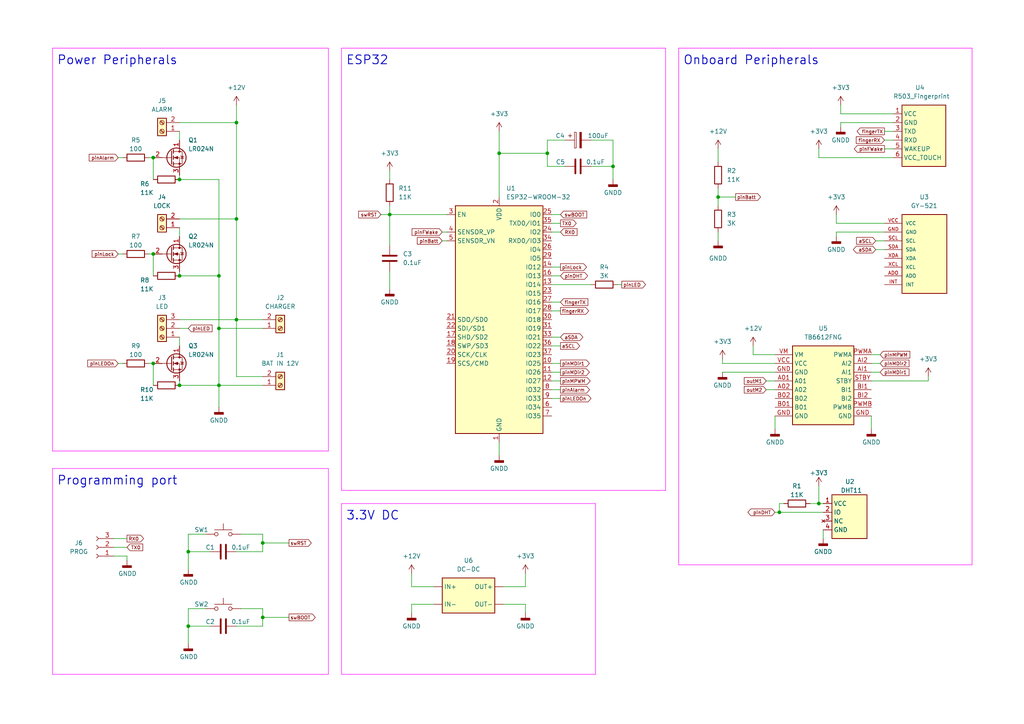
<source format=kicad_sch>
(kicad_sch (version 20211123) (generator eeschema)
  (paper "A4")
  (lib_symbols
    (symbol "Connector:Conn_01x03_Female" (pin_names (offset 1.016) hide)
      (property "Reference" "J" (at 0 5.08 0))
      (property "Value" "Conn_01x03_Female" (at 0 -5.08 0))
      (symbol "Conn_01x03_Female_1_1"
        (arc (start 0 -2.032) (mid -0.508 -2.54) (end 0 -3.048) (stroke (width 0.1524)))
        (polyline (pts (xy -1.27 -2.54) (xy -0.508 -2.54)) (stroke (width 0.1524)))
        (polyline (pts (xy -1.27 0) (xy -0.508 0)) (stroke (width 0.1524)))
        (polyline (pts (xy -1.27 2.54) (xy -0.508 2.54)) (stroke (width 0.1524)))
        (arc (start 0 0.508) (mid -0.508 0) (end 0 -0.508) (stroke (width 0.1524)))
        (arc (start 0 3.048) (mid -0.508 2.54) (end 0 2.032) (stroke (width 0.1524)))
        (pin passive line (at -5.08 2.54 0) (length 3.81) (name "Pin_1") (number "1"))
        (pin passive line (at -5.08 0 0) (length 3.81) (name "Pin_2") (number "2"))
        (pin passive line (at -5.08 -2.54 0) (length 3.81) (name "Pin_3") (number "3"))
      )
    )
    (symbol "Connector:Screw_Terminal_01x02" (pin_names (offset 1.016) hide)
      (property "Reference" "J" (at 0 2.54 0))
      (property "Value" "Screw_Terminal_01x02" (at 0 -5.08 0))
      (symbol "Screw_Terminal_01x02_1_1"
        (rectangle (start -1.27 1.27) (end 1.27 -3.81) (stroke (width 0.254)) (fill (type background)))
        (circle (center 0 -2.54) (radius 0.635) (stroke (width 0.1524)))
        (polyline (pts (xy -0.5334 -2.2098) (xy 0.3302 -3.048)) (stroke (width 0.1524)))
        (polyline (pts (xy -0.5334 0.3302) (xy 0.3302 -0.508)) (stroke (width 0.1524)))
        (polyline (pts (xy -0.3556 -2.032) (xy 0.508 -2.8702)) (stroke (width 0.1524)))
        (polyline (pts (xy -0.3556 0.508) (xy 0.508 -0.3302)) (stroke (width 0.1524)))
        (circle (center 0 0) (radius 0.635) (stroke (width 0.1524)))
        (pin passive line (at -5.08 0 0) (length 3.81) (name "Pin_1") (number "1"))
        (pin passive line (at -5.08 -2.54 0) (length 3.81) (name "Pin_2") (number "2"))
      )
    )
    (symbol "Connector:Screw_Terminal_01x03" (pin_names (offset 1.016) hide)
      (property "Reference" "J" (at 0 5.08 0))
      (property "Value" "Screw_Terminal_01x03" (at 0 -5.08 0))
      (symbol "Screw_Terminal_01x03_1_1"
        (rectangle (start -1.27 3.81) (end 1.27 -3.81) (stroke (width 0.254)) (fill (type background)))
        (circle (center 0 -2.54) (radius 0.635) (stroke (width 0.1524)))
        (polyline (pts (xy -0.5334 -2.2098) (xy 0.3302 -3.048)) (stroke (width 0.1524)))
        (polyline (pts (xy -0.5334 0.3302) (xy 0.3302 -0.508)) (stroke (width 0.1524)))
        (polyline (pts (xy -0.5334 2.8702) (xy 0.3302 2.032)) (stroke (width 0.1524)))
        (polyline (pts (xy -0.3556 -2.032) (xy 0.508 -2.8702)) (stroke (width 0.1524)))
        (polyline (pts (xy -0.3556 0.508) (xy 0.508 -0.3302)) (stroke (width 0.1524)))
        (polyline (pts (xy -0.3556 3.048) (xy 0.508 2.2098)) (stroke (width 0.1524)))
        (circle (center 0 0) (radius 0.635) (stroke (width 0.1524)))
        (circle (center 0 2.54) (radius 0.635) (stroke (width 0.1524)))
        (pin passive line (at -5.08 2.54 0) (length 3.81) (name "Pin_1") (number "1"))
        (pin passive line (at -5.08 0 0) (length 3.81) (name "Pin_2") (number "2"))
        (pin passive line (at -5.08 -2.54 0) (length 3.81) (name "Pin_3") (number "3"))
      )
    )
    (symbol "Device:C" (pin_numbers hide) (pin_names (offset 0.254))
      (property "Reference" "C" (at 0.635 2.54 0))
      (property "Value" "C" (at 0.635 -2.54 0))
      (symbol "C_0_1"
        (polyline (pts (xy -2.032 -0.762) (xy 2.032 -0.762)) (stroke (width 0.508)))
        (polyline (pts (xy -2.032 0.762) (xy 2.032 0.762)) (stroke (width 0.508)))
      )
      (symbol "C_1_1"
        (pin passive line (at 0 3.81 270) (length 2.794) (name "~") (number "1"))
        (pin passive line (at 0 -3.81 90) (length 2.794) (name "~") (number "2"))
      )
    )
    (symbol "Device:C_Polarized" (pin_numbers hide) (pin_names (offset 0.254))
      (property "Reference" "C" (at 0.635 2.54 0))
      (property "Value" "C_Polarized" (at 0.635 -2.54 0))
      (symbol "C_Polarized_0_1"
        (rectangle (start -2.286 0.508) (end 2.286 1.016))
        (polyline (pts (xy -1.778 2.286) (xy -0.762 2.286)))
        (polyline (pts (xy -1.27 2.794) (xy -1.27 1.778)))
        (rectangle (start 2.286 -0.508) (end -2.286 -1.016) (fill (type outline)))
      )
      (symbol "C_Polarized_1_1"
        (pin passive line (at 0 3.81 270) (length 2.794) (name "~") (number "1"))
        (pin passive line (at 0 -3.81 90) (length 2.794) (name "~") (number "2"))
      )
    )
    (symbol "Device:R" (pin_numbers hide) (pin_names (offset 0))
      (property "Reference" "R" (at 2.032 0 90))
      (property "Value" "R" (at 0 0 90))
      (symbol "R_0_1"
        (rectangle (start -1.016 -2.54) (end 1.016 2.54) (stroke (width 0.254)))
      )
      (symbol "R_1_1"
        (pin passive line (at 0 3.81 270) (length 1.27) (name "~") (number "1"))
        (pin passive line (at 0 -3.81 90) (length 1.27) (name "~") (number "2"))
      )
    )
    (symbol "GY-521:GY-521" (pin_names (offset 1.016))
      (property "Reference" "U" (at 19 7.62 0))
      (property "Value" "GY-521" (at 19 5.08 0))
      (symbol "GY-521_0_0"
        (rectangle (start 5.08 -12.7) (end 18.08 10.16) (stroke (width 0.254)) (fill (type background)))
        (pin bidirectional line (at 0 -7.62 0) (length 5.08) (name "ADO") (number "ADO"))
        (pin bidirectional line (at 0 5.08 0) (length 5.08) (name "GND") (number "GND"))
        (pin bidirectional line (at 0 -10.16 0) (length 5.08) (name "INT") (number "INT"))
        (pin bidirectional line (at 0 2.54 0) (length 5.08) (name "SCL") (number "SCL"))
        (pin bidirectional line (at 0 0 0) (length 5.08) (name "SDA") (number "SDA"))
        (pin bidirectional line (at 0 7.62 0) (length 5.08) (name "VCC") (number "VCC"))
        (pin bidirectional line (at 0 -5.08 0) (length 5.08) (name "XCL") (number "XCL"))
        (pin bidirectional line (at 0 -2.54 0) (length 5.08) (name "XDA") (number "XDA"))
      )
    )
    (symbol "RF_Module:ESP32-WROOM-32"
      (property "Reference" "U" (at -12.7 34.29 0))
      (property "Value" "ESP32-WROOM-32" (at 1.27 34.29 0))
      (symbol "ESP32-WROOM-32_0_1"
        (rectangle (start -12.7 33.02) (end 12.7 -33.02) (stroke (width 0.254)) (fill (type background)))
      )
      (symbol "ESP32-WROOM-32_1_1"
        (pin power_in line (at 0 -35.56 90) (length 2.54) (name "GND") (number "1"))
        (pin bidirectional line (at 15.24 -12.7 180) (length 2.54) (name "IO25") (number "10"))
        (pin bidirectional line (at 15.24 -15.24 180) (length 2.54) (name "IO26") (number "11"))
        (pin bidirectional line (at 15.24 -17.78 180) (length 2.54) (name "IO27") (number "12"))
        (pin bidirectional line (at 15.24 10.16 180) (length 2.54) (name "IO14") (number "13"))
        (pin bidirectional line (at 15.24 15.24 180) (length 2.54) (name "IO12") (number "14"))
        (pin passive line (at 0 -35.56 90) (length 2.54) hide (name "GND") (number "15"))
        (pin bidirectional line (at 15.24 12.7 180) (length 2.54) (name "IO13") (number "16"))
        (pin bidirectional line (at -15.24 -5.08 0) (length 2.54) (name "SHD/SD2") (number "17"))
        (pin bidirectional line (at -15.24 -7.62 0) (length 2.54) (name "SWP/SD3") (number "18"))
        (pin bidirectional line (at -15.24 -12.7 0) (length 2.54) (name "SCS/CMD") (number "19"))
        (pin power_in line (at 0 35.56 270) (length 2.54) (name "VDD") (number "2"))
        (pin bidirectional line (at -15.24 -10.16 0) (length 2.54) (name "SCK/CLK") (number "20"))
        (pin bidirectional line (at -15.24 0 0) (length 2.54) (name "SDO/SD0") (number "21"))
        (pin bidirectional line (at -15.24 -2.54 0) (length 2.54) (name "SDI/SD1") (number "22"))
        (pin bidirectional line (at 15.24 7.62 180) (length 2.54) (name "IO15") (number "23"))
        (pin bidirectional line (at 15.24 25.4 180) (length 2.54) (name "IO2") (number "24"))
        (pin bidirectional line (at 15.24 30.48 180) (length 2.54) (name "IO0") (number "25"))
        (pin bidirectional line (at 15.24 20.32 180) (length 2.54) (name "IO4") (number "26"))
        (pin bidirectional line (at 15.24 5.08 180) (length 2.54) (name "IO16") (number "27"))
        (pin bidirectional line (at 15.24 2.54 180) (length 2.54) (name "IO17") (number "28"))
        (pin bidirectional line (at 15.24 17.78 180) (length 2.54) (name "IO5") (number "29"))
        (pin input line (at -15.24 30.48 0) (length 2.54) (name "EN") (number "3"))
        (pin bidirectional line (at 15.24 0 180) (length 2.54) (name "IO18") (number "30"))
        (pin bidirectional line (at 15.24 -2.54 180) (length 2.54) (name "IO19") (number "31"))
        (pin no_connect line (at -12.7 -27.94 0) (length 2.54) hide (name "NC") (number "32"))
        (pin bidirectional line (at 15.24 -5.08 180) (length 2.54) (name "IO21") (number "33"))
        (pin bidirectional line (at 15.24 22.86 180) (length 2.54) (name "RXD0/IO3") (number "34"))
        (pin bidirectional line (at 15.24 27.94 180) (length 2.54) (name "TXD0/IO1") (number "35"))
        (pin bidirectional line (at 15.24 -7.62 180) (length 2.54) (name "IO22") (number "36"))
        (pin bidirectional line (at 15.24 -10.16 180) (length 2.54) (name "IO23") (number "37"))
        (pin passive line (at 0 -35.56 90) (length 2.54) hide (name "GND") (number "38"))
        (pin passive line (at 0 -35.56 90) (length 2.54) hide (name "GND") (number "39"))
        (pin input line (at -15.24 25.4 0) (length 2.54) (name "SENSOR_VP") (number "4"))
        (pin input line (at -15.24 22.86 0) (length 2.54) (name "SENSOR_VN") (number "5"))
        (pin input line (at 15.24 -25.4 180) (length 2.54) (name "IO34") (number "6"))
        (pin input line (at 15.24 -27.94 180) (length 2.54) (name "IO35") (number "7"))
        (pin bidirectional line (at 15.24 -20.32 180) (length 2.54) (name "IO32") (number "8"))
        (pin bidirectional line (at 15.24 -22.86 180) (length 2.54) (name "IO33") (number "9"))
      )
    )
    (symbol "Switch:SW_Push" (pin_numbers hide) (pin_names (offset 1.016) hide)
      (property "Reference" "SW" (at 1.27 2.54 0))
      (property "Value" "SW_Push" (at 0 -1.524 0))
      (symbol "SW_Push_0_1"
        (circle (center -2.032 0) (radius 0.508))
        (polyline (pts (xy 0 1.27) (xy 0 3.048)))
        (polyline (pts (xy 2.54 1.27) (xy -2.54 1.27)))
        (circle (center 2.032 0) (radius 0.508))
        (pin passive line (at -5.08 0 0) (length 2.54) (name "1") (number "1"))
        (pin passive line (at 5.08 0 180) (length 2.54) (name "2") (number "2"))
      )
    )
    (symbol "Transistor_FET:IRF6716M" (pin_names hide)
      (property "Reference" "Q" (at 5.08 1.905 0))
      (property "Value" "IRF6716M" (at 5.08 0 0))
      (symbol "IRF6716M_0_1"
        (polyline (pts (xy 0.254 0) (xy -2.54 0)))
        (polyline (pts (xy 0.254 1.905) (xy 0.254 -1.905)) (stroke (width 0.254)))
        (polyline (pts (xy 0.762 -1.27) (xy 0.762 -2.286)) (stroke (width 0.254)))
        (polyline (pts (xy 0.762 0.508) (xy 0.762 -0.508)) (stroke (width 0.254)))
        (polyline (pts (xy 0.762 2.286) (xy 0.762 1.27)) (stroke (width 0.254)))
        (polyline (pts (xy 2.54 2.54) (xy 2.54 1.778)))
        (polyline (pts (xy 2.54 -2.54) (xy 2.54 0) (xy 0.762 0)))
        (polyline (pts (xy 0.762 -1.778) (xy 3.302 -1.778) (xy 3.302 1.778) (xy 0.762 1.778)))
        (polyline (pts (xy 1.016 0) (xy 2.032 0.381) (xy 2.032 -0.381) (xy 1.016 0)) (fill (type outline)))
        (polyline (pts (xy 2.794 0.508) (xy 2.921 0.381) (xy 3.683 0.381) (xy 3.81 0.254)))
        (polyline (pts (xy 3.302 0.381) (xy 2.921 -0.254) (xy 3.683 -0.254) (xy 3.302 0.381)))
        (circle (center 1.651 0) (radius 2.794) (stroke (width 0.254)))
        (circle (center 2.54 -1.778) (radius 0.254) (fill (type outline)))
        (circle (center 2.54 1.778) (radius 0.254) (fill (type outline)))
      )
      (symbol "IRF6716M_1_1"
        (pin passive line (at 2.54 5.08 270) (length 2.54) (name "D") (number "1"))
        (pin input line (at -5.08 0 0) (length 2.54) (name "G") (number "2"))
        (pin passive line (at 2.54 -5.08 90) (length 2.54) (name "S") (number "3"))
      )
    )
    (symbol "User:DHT11_user"
      (property "Reference" "U" (at 0 8.89 0))
      (property "Value" "DHT11_user" (at 0 6.35 0))
      (symbol "DHT11_user_0_1"
        (rectangle (start -5.08 5.08) (end 5.08 -7.62) (stroke (width 0.254)) (fill (type background)))
      )
      (symbol "DHT11_user_1_1"
        (pin power_in line (at 7.62 2.54 180) (length 2.54) (name "VCC") (number "1"))
        (pin bidirectional line (at 7.62 0 180) (length 2.54) (name "IO") (number "2"))
        (pin no_connect line (at 7.62 -2.54 180) (length 2.54) (name "NC") (number "3"))
        (pin power_in line (at 7.62 -5.08 180) (length 2.54) (name "GND") (number "4"))
      )
    )
    (symbol "User:Impulse_DC_DC"
      (property "Reference" "U" (at 0 10.16 0))
      (property "Value" "Impulse_DC_DC" (at 0 7.62 0))
      (symbol "Impulse_DC_DC_0_1"
        (rectangle (start -7.62 5.08) (end 7.62 -5.08) (stroke (width 0.254)) (fill (type background)))
      )
      (symbol "Impulse_DC_DC_1_1"
        (pin power_in line (at -10.16 2.54 0) (length 2.54) (name "IN+") (number ""))
        (pin power_in line (at -10.16 -2.54 0) (length 2.54) (name "IN-") (number ""))
        (pin power_out line (at 10.16 2.54 180) (length 2.54) (name "OUT+") (number ""))
        (pin power_out line (at 10.16 -2.54 180) (length 2.54) (name "OUT-") (number ""))
      )
    )
    (symbol "User:R503_Fingerprint"
      (property "Reference" "U" (at 8.89 12.7 0))
      (property "Value" "R503_Fingerprint" (at 8.89 10.16 0))
      (symbol "R503_Fingerprint_0_1"
        (rectangle (start 2.54 7.62) (end 15.24 -10.16) (stroke (width 0.254)) (fill (type background)))
      )
      (symbol "R503_Fingerprint_1_1"
        (pin power_in line (at 0 5.08 0) (length 2.54) (name "VCC") (number "1"))
        (pin power_in line (at 0 2.54 0) (length 2.54) (name "GND") (number "2"))
        (pin output line (at 0 0 0) (length 2.54) (name "TXD") (number "3"))
        (pin input line (at 0 -2.54 0) (length 2.54) (name "RXD") (number "4"))
        (pin output line (at 0 -5.08 0) (length 2.54) (name "WAKEUP") (number "5"))
        (pin power_in line (at 0 -7.62 0) (length 2.54) (name "VCC_TOUCH") (number "6"))
      )
    )
    (symbol "User:TB6612FNG"
      (property "Reference" "U" (at 0 10.16 0))
      (property "Value" "TB6612FNG" (at 0 7.62 0))
      (symbol "TB6612FNG_0_1"
        (rectangle (start -8.89 5.08) (end 8.89 -17.78) (stroke (width 0.254)) (fill (type background)))
      )
      (symbol "TB6612FNG_1_1"
        (pin output line (at -13.97 -5.08 0) (length 5.08) (name "A01") (number "A01"))
        (pin output line (at -13.97 -7.62 0) (length 5.08) (name "A02") (number "A02"))
        (pin input line (at 13.97 -2.54 180) (length 5.08) (name "AI1") (number "AI1"))
        (pin input line (at 13.97 0 180) (length 5.08) (name "AI2") (number "AI2"))
        (pin output line (at -13.97 -12.7 0) (length 5.08) (name "B01") (number "B01"))
        (pin output line (at -13.97 -10.16 0) (length 5.08) (name "B02") (number "B02"))
        (pin input line (at 13.97 -7.62 180) (length 5.08) (name "BI1") (number "BI1"))
        (pin input line (at 13.97 -10.16 180) (length 5.08) (name "BI2") (number "BI2"))
        (pin power_in line (at -13.97 -15.24 0) (length 5.08) (name "GND") (number "GND"))
        (pin power_in line (at -13.97 -2.54 0) (length 5.08) (name "GND") (number "GND"))
        (pin power_in line (at 13.97 -15.24 180) (length 5.08) (name "GND") (number "GND"))
        (pin input line (at 13.97 2.54 180) (length 5.08) (name "PWMA") (number "PWMA"))
        (pin input line (at 13.97 -12.7 180) (length 5.08) (name "PWMB") (number "PWMB"))
        (pin input line (at 13.97 -5.08 180) (length 5.08) (name "STBY") (number "STBY"))
        (pin power_in line (at -13.97 0 0) (length 5.08) (name "VCC") (number "VCC"))
        (pin power_in line (at -13.97 2.54 0) (length 5.08) (name "VM") (number "VM"))
      )
    )
    (symbol "power:+12V" (power) (pin_names (offset 0))
      (property "Value" "+12V" (at 0 3.556 0))
      (symbol "+12V_0_1"
        (polyline (pts (xy -0.762 1.27) (xy 0 2.54)))
        (polyline (pts (xy 0 0) (xy 0 2.54)))
        (polyline (pts (xy 0 2.54) (xy 0.762 1.27)))
      )
      (symbol "+12V_1_1"
        (pin power_in line (at 0 0 90) (length 0) hide (name "+12V") (number "1"))
      )
    )
    (symbol "power:+3.3V" (power) (pin_names (offset 0))
      (property "Value" "+3.3V" (at 0 3.556 0))
      (symbol "+3.3V_0_1"
        (polyline (pts (xy -0.762 1.27) (xy 0 2.54)))
        (polyline (pts (xy 0 0) (xy 0 2.54)))
        (polyline (pts (xy 0 2.54) (xy 0.762 1.27)))
      )
      (symbol "+3.3V_1_1"
        (pin power_in line (at 0 0 90) (length 0) hide (name "+3V3") (number "1"))
      )
    )
    (symbol "power:GNDD" (power) (pin_names (offset 0))
      (property "Value" "GNDD" (at 0 -3.175 0))
      (symbol "GNDD_0_1"
        (rectangle (start -1.27 -1.524) (end 1.27 -2.032) (stroke (width 0.254)) (fill (type outline)))
        (polyline (pts (xy 0 0) (xy 0 -1.524)))
      )
      (symbol "GNDD_1_1"
        (pin power_in line (at 0 0 270) (length 0) hide (name "GNDD") (number "1"))
      )
    )
  )
  (junction (at 63.5 80.01))
  (junction (at 52.07 52.07))
  (junction (at 158.75 44.45))
  (junction (at 44.45 73.66))
  (junction (at 63.5 111.76))
  (junction (at 208.28 57.15))
  (junction (at 177.8 48.26))
  (junction (at 76.2 179.07))
  (junction (at 68.58 63.5))
  (junction (at 68.58 92.71))
  (junction (at 52.07 80.01))
  (junction (at 44.45 105.41))
  (junction (at 63.5 95.25))
  (junction (at 226.06 148.59))
  (junction (at 113.03 62.23))
  (junction (at 237.49 146.05))
  (junction (at 54.61 181.61))
  (junction (at 144.78 44.45))
  (junction (at 52.07 111.76))
  (junction (at 76.2 157.48))
  (junction (at 68.58 35.56))
  (junction (at 54.61 160.02))
  (junction (at 44.45 45.72))
  (wire (pts (xy 44.45 105.41) (xy 44.45 111.76)))
  (wire (pts (xy 63.5 52.07) (xy 52.07 52.07)))
  (wire (pts (xy 160.02 77.47) (xy 162.56 77.47)))
  (wire (pts (xy 160.02 105.41) (xy 162.56 105.41)))
  (wire (pts (xy 252.73 120.65) (xy 252.73 124.46)))
  (wire (pts (xy 158.75 44.45) (xy 158.75 48.26)))
  (wire (pts (xy 209.55 107.95) (xy 224.79 107.95)))
  (wire (pts (xy 52.07 66.04) (xy 52.07 68.58)))
  (wire (pts (xy 237.49 43.18) (xy 237.49 45.72)))
  (wire (pts (xy 160.02 67.31) (xy 162.56 67.31)))
  (wire (pts (xy 179.07 82.55) (xy 180.34 82.55)))
  (wire (pts (xy 119.38 170.18) (xy 119.38 166.37)))
  (wire (pts (xy 76.2 109.22) (xy 68.58 109.22)))
  (wire (pts (xy 243.84 35.56) (xy 243.84 36.83)))
  (wire (pts (xy 52.07 50.8) (xy 52.07 52.07)))
  (wire (pts (xy 259.08 33.02) (xy 243.84 33.02)))
  (polyline (pts (xy 15.24 195.58) (xy 95.25 195.58)) (stroke (width 0) (type solid) (color 255 0 255 1)))
  (polyline (pts (xy 15.24 135.89) (xy 95.25 135.89)) (stroke (width 0) (type solid) (color 255 0 255 1)))
  (wire (pts (xy 113.03 49.53) (xy 113.03 52.07)))
  (wire (pts (xy 63.5 95.25) (xy 76.2 95.25)))
  (wire (pts (xy 224.79 148.59) (xy 226.06 148.59)))
  (wire (pts (xy 237.49 146.05) (xy 234.95 146.05)))
  (wire (pts (xy 256.54 38.1) (xy 259.08 38.1)))
  (wire (pts (xy 76.2 176.53) (xy 76.2 179.07)))
  (wire (pts (xy 63.5 111.76) (xy 63.5 118.11)))
  (wire (pts (xy 237.49 140.97) (xy 237.49 146.05)))
  (polyline (pts (xy 15.24 135.89) (xy 15.24 195.58)) (stroke (width 0) (type solid) (color 255 0 255 1)))
  (wire (pts (xy 160.02 110.49) (xy 162.56 110.49)))
  (wire (pts (xy 160.02 82.55) (xy 171.45 82.55)))
  (wire (pts (xy 36.83 161.29) (xy 33.02 161.29)))
  (wire (pts (xy 69.85 154.94) (xy 76.2 154.94)))
  (wire (pts (xy 152.4 175.26) (xy 152.4 177.8)))
  (wire (pts (xy 254 69.85) (xy 256.54 69.85)))
  (wire (pts (xy 252.73 105.41) (xy 255.27 105.41)))
  (wire (pts (xy 237.49 45.72) (xy 259.08 45.72)))
  (wire (pts (xy 43.18 45.72) (xy 44.45 45.72)))
  (wire (pts (xy 36.83 162.56) (xy 36.83 161.29)))
  (wire (pts (xy 52.07 63.5) (xy 68.58 63.5)))
  (wire (pts (xy 226.06 148.59) (xy 238.76 148.59)))
  (wire (pts (xy 242.57 64.77) (xy 256.54 64.77)))
  (wire (pts (xy 160.02 115.57) (xy 162.56 115.57)))
  (wire (pts (xy 218.44 102.87) (xy 224.79 102.87)))
  (wire (pts (xy 68.58 63.5) (xy 68.58 92.71)))
  (wire (pts (xy 208.28 43.18) (xy 208.28 46.99)))
  (wire (pts (xy 35.56 45.72) (xy 34.29 45.72)))
  (wire (pts (xy 113.03 78.74) (xy 113.03 83.82)))
  (wire (pts (xy 54.61 181.61) (xy 60.96 181.61)))
  (wire (pts (xy 171.45 40.64) (xy 177.8 40.64)))
  (wire (pts (xy 63.5 80.01) (xy 52.07 80.01)))
  (wire (pts (xy 110.49 62.23) (xy 113.03 62.23)))
  (wire (pts (xy 152.4 170.18) (xy 152.4 166.37)))
  (wire (pts (xy 76.2 179.07) (xy 83.82 179.07)))
  (wire (pts (xy 209.55 105.41) (xy 224.79 105.41)))
  (wire (pts (xy 177.8 52.07) (xy 177.8 48.26)))
  (wire (pts (xy 68.58 92.71) (xy 68.58 109.22)))
  (polyline (pts (xy 15.24 13.97) (xy 15.24 130.81)) (stroke (width 0) (type solid) (color 255 0 255 1)))
  (polyline (pts (xy 196.85 163.83) (xy 281.94 163.83)) (stroke (width 0) (type solid) (color 255 0 255 1)))
  (wire (pts (xy 146.05 175.26) (xy 152.4 175.26)))
  (polyline (pts (xy 95.25 13.97) (xy 15.24 13.97)) (stroke (width 0) (type solid) (color 255 0 255 1)))
  (wire (pts (xy 208.28 67.31) (xy 208.28 69.85)))
  (wire (pts (xy 63.5 95.25) (xy 63.5 111.76)))
  (wire (pts (xy 224.79 120.65) (xy 224.79 124.46)))
  (polyline (pts (xy 193.04 13.97) (xy 99.06 13.97)) (stroke (width 0) (type solid) (color 255 0 255 1)))
  (wire (pts (xy 144.78 38.1) (xy 144.78 44.45)))
  (wire (pts (xy 52.07 95.25) (xy 54.61 95.25)))
  (wire (pts (xy 222.25 113.03) (xy 224.79 113.03)))
  (wire (pts (xy 160.02 80.01) (xy 162.56 80.01)))
  (polyline (pts (xy 172.72 195.58) (xy 172.72 146.05)) (stroke (width 0) (type solid) (color 255 0 255 1)))
  (wire (pts (xy 238.76 146.05) (xy 237.49 146.05)))
  (wire (pts (xy 243.84 33.02) (xy 243.84 30.48)))
  (wire (pts (xy 63.5 111.76) (xy 52.07 111.76)))
  (wire (pts (xy 160.02 64.77) (xy 162.56 64.77)))
  (wire (pts (xy 52.07 35.56) (xy 68.58 35.56)))
  (polyline (pts (xy 95.25 130.81) (xy 95.25 13.97)) (stroke (width 0) (type solid) (color 255 0 255 1)))
  (polyline (pts (xy 281.94 13.97) (xy 196.85 13.97)) (stroke (width 0) (type solid) (color 255 0 255 1)))
  (wire (pts (xy 76.2 154.94) (xy 76.2 157.48)))
  (wire (pts (xy 54.61 160.02) (xy 54.61 165.1)))
  (wire (pts (xy 35.56 105.41) (xy 34.29 105.41)))
  (wire (pts (xy 209.55 104.14) (xy 209.55 105.41)))
  (wire (pts (xy 44.45 45.72) (xy 44.45 52.07)))
  (wire (pts (xy 208.28 57.15) (xy 208.28 59.69)))
  (wire (pts (xy 76.2 157.48) (xy 76.2 160.02)))
  (wire (pts (xy 76.2 157.48) (xy 83.82 157.48)))
  (wire (pts (xy 259.08 35.56) (xy 243.84 35.56)))
  (wire (pts (xy 119.38 175.26) (xy 119.38 177.8)))
  (wire (pts (xy 63.5 111.76) (xy 76.2 111.76)))
  (wire (pts (xy 52.07 78.74) (xy 52.07 80.01)))
  (wire (pts (xy 113.03 59.69) (xy 113.03 62.23)))
  (wire (pts (xy 69.85 176.53) (xy 76.2 176.53)))
  (polyline (pts (xy 281.94 13.97) (xy 281.94 163.83)) (stroke (width 0) (type solid) (color 255 0 255 1)))
  (polyline (pts (xy 99.06 142.24) (xy 193.04 142.24)) (stroke (width 0) (type solid) (color 255 0 255 1)))
  (wire (pts (xy 242.57 67.31) (xy 242.57 68.58)))
  (wire (pts (xy 60.96 160.02) (xy 54.61 160.02)))
  (wire (pts (xy 63.5 52.07) (xy 63.5 80.01)))
  (wire (pts (xy 269.24 109.22) (xy 269.24 110.49)))
  (wire (pts (xy 125.73 175.26) (xy 119.38 175.26)))
  (wire (pts (xy 158.75 48.26) (xy 163.83 48.26)))
  (wire (pts (xy 52.07 92.71) (xy 68.58 92.71)))
  (polyline (pts (xy 99.06 13.97) (xy 99.06 142.24)) (stroke (width 0) (type solid) (color 255 0 255 1)))
  (wire (pts (xy 252.73 110.49) (xy 269.24 110.49)))
  (wire (pts (xy 160.02 107.95) (xy 162.56 107.95)))
  (wire (pts (xy 68.58 35.56) (xy 68.58 63.5)))
  (wire (pts (xy 52.07 97.79) (xy 52.07 100.33)))
  (wire (pts (xy 113.03 62.23) (xy 129.54 62.23)))
  (wire (pts (xy 163.83 40.64) (xy 158.75 40.64)))
  (wire (pts (xy 144.78 128.27) (xy 144.78 132.08)))
  (wire (pts (xy 208.28 54.61) (xy 208.28 57.15)))
  (polyline (pts (xy 95.25 135.89) (xy 95.25 195.58)) (stroke (width 0) (type solid) (color 255 0 255 1)))
  (wire (pts (xy 226.06 146.05) (xy 227.33 146.05)))
  (polyline (pts (xy 172.72 195.58) (xy 99.06 195.58)) (stroke (width 0) (type solid) (color 255 0 255 1)))
  (wire (pts (xy 252.73 102.87) (xy 255.27 102.87)))
  (wire (pts (xy 35.56 73.66) (xy 34.29 73.66)))
  (wire (pts (xy 144.78 44.45) (xy 158.75 44.45)))
  (wire (pts (xy 128.27 67.31) (xy 129.54 67.31)))
  (polyline (pts (xy 196.85 163.83) (xy 196.85 13.97)) (stroke (width 0) (type solid) (color 255 0 255 1)))
  (wire (pts (xy 160.02 90.17) (xy 162.56 90.17)))
  (wire (pts (xy 158.75 40.64) (xy 158.75 44.45)))
  (polyline (pts (xy 15.24 130.81) (xy 95.25 130.81)) (stroke (width 0) (type solid) (color 255 0 255 1)))
  (wire (pts (xy 43.18 105.41) (xy 44.45 105.41)))
  (wire (pts (xy 254 72.39) (xy 256.54 72.39)))
  (wire (pts (xy 54.61 176.53) (xy 54.61 181.61)))
  (wire (pts (xy 177.8 40.64) (xy 177.8 48.26)))
  (wire (pts (xy 59.69 176.53) (xy 54.61 176.53)))
  (wire (pts (xy 256.54 43.18) (xy 259.08 43.18)))
  (wire (pts (xy 160.02 113.03) (xy 162.56 113.03)))
  (wire (pts (xy 76.2 181.61) (xy 68.58 181.61)))
  (wire (pts (xy 52.07 110.49) (xy 52.07 111.76)))
  (wire (pts (xy 52.07 38.1) (xy 52.07 40.64)))
  (polyline (pts (xy 99.06 146.05) (xy 172.72 146.05)) (stroke (width 0) (type solid) (color 255 0 255 1)))
  (wire (pts (xy 144.78 44.45) (xy 144.78 57.15)))
  (wire (pts (xy 218.44 100.33) (xy 218.44 102.87)))
  (polyline (pts (xy 99.06 146.05) (xy 99.06 195.58)) (stroke (width 0) (type solid) (color 255 0 255 1)))
  (wire (pts (xy 256.54 67.31) (xy 242.57 67.31)))
  (wire (pts (xy 63.5 80.01) (xy 63.5 95.25)))
  (polyline (pts (xy 193.04 142.24) (xy 193.04 13.97)) (stroke (width 0) (type solid) (color 255 0 255 1)))
  (wire (pts (xy 128.27 69.85) (xy 129.54 69.85)))
  (wire (pts (xy 238.76 153.67) (xy 238.76 156.21)))
  (wire (pts (xy 68.58 30.48) (xy 68.58 35.56)))
  (wire (pts (xy 76.2 179.07) (xy 76.2 181.61)))
  (wire (pts (xy 171.45 48.26) (xy 177.8 48.26)))
  (wire (pts (xy 256.54 40.64) (xy 259.08 40.64)))
  (wire (pts (xy 146.05 170.18) (xy 152.4 170.18)))
  (wire (pts (xy 59.69 154.94) (xy 54.61 154.94)))
  (wire (pts (xy 33.02 156.21) (xy 36.83 156.21)))
  (wire (pts (xy 208.28 57.15) (xy 213.36 57.15)))
  (wire (pts (xy 76.2 160.02) (xy 68.58 160.02)))
  (wire (pts (xy 54.61 181.61) (xy 54.61 186.69)))
  (wire (pts (xy 44.45 73.66) (xy 44.45 80.01)))
  (wire (pts (xy 222.25 110.49) (xy 224.79 110.49)))
  (wire (pts (xy 125.73 170.18) (xy 119.38 170.18)))
  (wire (pts (xy 252.73 107.95) (xy 255.27 107.95)))
  (wire (pts (xy 54.61 154.94) (xy 54.61 160.02)))
  (wire (pts (xy 160.02 97.79) (xy 162.56 97.79)))
  (wire (pts (xy 242.57 62.23) (xy 242.57 64.77)))
  (wire (pts (xy 68.58 92.71) (xy 76.2 92.71)))
  (wire (pts (xy 43.18 73.66) (xy 44.45 73.66)))
  (wire (pts (xy 160.02 100.33) (xy 162.56 100.33)))
  (wire (pts (xy 33.02 158.75) (xy 36.83 158.75)))
  (wire (pts (xy 160.02 62.23) (xy 162.56 62.23)))
  (wire (pts (xy 160.02 87.63) (xy 162.56 87.63)))
  (wire (pts (xy 226.06 146.05) (xy 226.06 148.59)))
  (wire (pts (xy 113.03 62.23) (xy 113.03 71.12)))
  (text "ESP32" (at 100.33 19.05 0) (effects (font (size 2.54 2.54) (thickness 0.254) bold) (justify left bottom)))
  (text "Power Peripherals" (at 16.51 19.05 0) (effects (font (size 2.54 2.54) (thickness 0.254) bold) (justify left bottom)))
  (text "3.3V DC" (at 100.33 151.13 0) (effects (font (size 2.54 2.54) (thickness 0.254) bold) (justify left bottom)))
  (text "Programming port" (at 16.51 140.97 0) (effects (font (size 2.54 2.54) (thickness 0.254) bold) (justify left bottom)))
  (text "Onboard Peripherals" (at 198.12 19.05 0) (effects (font (size 2.54 2.54) (thickness 0.254) bold) (justify left bottom)))
  (global_label "pinMDir1" (shape input) (at 255.27 107.95 0) (effects (font (size 1 1))) (property "Intersheet References" "${INTERSHEET_REFS}" (effects hide)))
  (global_label "pinDHT" (shape bidirectional) (at 162.56 80.01 0) (effects (font (size 1 1))) (property "Intersheet References" "${INTERSHEET_REFS}" (effects hide)))
  (global_label "pinLED" (shape input) (at 54.61 95.25 0) (effects (font (size 1 1))) (property "Intersheet References" "${INTERSHEET_REFS}" (effects hide)))
  (global_label "outM1" (shape input) (at 222.25 110.49 180) (effects (font (size 1 1))) (property "Intersheet References" "${INTERSHEET_REFS}" (effects hide)))
  (global_label "pinLock" (shape output) (at 162.56 77.47 0) (effects (font (size 1 1))) (property "Intersheet References" "${INTERSHEET_REFS}" (effects hide)))
  (global_label "pinAlarm" (shape input) (at 34.29 45.72 180) (effects (font (size 1 1))) (property "Intersheet References" "${INTERSHEET_REFS}" (effects hide)))
  (global_label "aSDA" (shape bidirectional) (at 254 72.39 180) (effects (font (size 1 1))) (property "Intersheet References" "${INTERSHEET_REFS}" (effects hide)))
  (global_label "pinAlarm" (shape output) (at 162.56 113.03 0) (effects (font (size 1 1))) (property "Intersheet References" "${INTERSHEET_REFS}" (effects hide)))
  (global_label "pinMPWM" (shape input) (at 255.27 102.87 0) (effects (font (size 1 1))) (property "Intersheet References" "${INTERSHEET_REFS}" (effects hide)))
  (global_label "pinMDir1" (shape output) (at 162.56 105.41 0) (effects (font (size 1 1))) (property "Intersheet References" "${INTERSHEET_REFS}" (effects hide)))
  (global_label "pinMDir2" (shape output) (at 162.56 107.95 0) (effects (font (size 1 1))) (property "Intersheet References" "${INTERSHEET_REFS}" (effects hide)))
  (global_label "pinLock" (shape input) (at 34.29 73.66 180) (effects (font (size 1 1))) (property "Intersheet References" "${INTERSHEET_REFS}" (effects hide)))
  (global_label "swBOOT" (shape input) (at 162.56 62.23 0) (effects (font (size 1 1))) (property "Intersheet References" "${INTERSHEET_REFS}" (effects hide)))
  (global_label "TX0" (shape output) (at 162.56 64.77 0) (effects (font (size 1 1))) (property "Intersheet References" "${INTERSHEET_REFS}" (effects hide)))
  (global_label "fingerRX" (shape input) (at 256.54 40.64 180) (effects (font (size 1 1))) (property "Intersheet References" "${INTERSHEET_REFS}" (effects hide)))
  (global_label "pinFWake" (shape output) (at 256.54 43.18 180) (effects (font (size 1 1))) (property "Intersheet References" "${INTERSHEET_REFS}" (effects hide)))
  (global_label "RX0" (shape output) (at 36.83 156.21 0) (effects (font (size 1 1))) (property "Intersheet References" "${INTERSHEET_REFS}" (effects hide)))
  (global_label "swBOOT" (shape output) (at 83.82 179.07 0) (effects (font (size 1 1))) (property "Intersheet References" "${INTERSHEET_REFS}" (effects hide)))
  (global_label "aSCL" (shape output) (at 162.56 100.33 0) (effects (font (size 1 1))) (property "Intersheet References" "${INTERSHEET_REFS}" (effects hide)))
  (global_label "pinDHT" (shape bidirectional) (at 224.79 148.59 180) (effects (font (size 1 1))) (property "Intersheet References" "${INTERSHEET_REFS}" (effects hide)))
  (global_label "pinLEDOn" (shape input) (at 34.29 105.41 180) (effects (font (size 1 1))) (property "Intersheet References" "${INTERSHEET_REFS}" (effects hide)))
  (global_label "pinMDir2" (shape input) (at 255.27 105.41 0) (effects (font (size 1 1))) (property "Intersheet References" "${INTERSHEET_REFS}" (effects hide)))
  (global_label "fingerTX" (shape output) (at 256.54 38.1 180) (effects (font (size 1 1))) (property "Intersheet References" "${INTERSHEET_REFS}" (effects hide)))
  (global_label "pinLED" (shape output) (at 180.34 82.55 0) (effects (font (size 1 1))) (property "Intersheet References" "${INTERSHEET_REFS}" (effects hide)))
  (global_label "pinLEDOn" (shape output) (at 162.56 115.57 0) (effects (font (size 1 1))) (property "Intersheet References" "${INTERSHEET_REFS}" (effects hide)))
  (global_label "swRST" (shape input) (at 110.49 62.23 180) (effects (font (size 1 1))) (property "Intersheet References" "${INTERSHEET_REFS}" (effects hide)))
  (global_label "pinBatt" (shape input) (at 128.27 69.85 180) (effects (font (size 1 1))) (property "Intersheet References" "${INTERSHEET_REFS}" (effects hide)))
  (global_label "TX0" (shape input) (at 36.83 158.75 0) (effects (font (size 1 1))) (property "Intersheet References" "${INTERSHEET_REFS}" (effects hide)))
  (global_label "swRST" (shape output) (at 83.82 157.48 0) (effects (font (size 1 1))) (property "Intersheet References" "${INTERSHEET_REFS}" (effects hide)))
  (global_label "aSDA" (shape bidirectional) (at 162.56 97.79 0) (effects (font (size 1 1))) (property "Intersheet References" "${INTERSHEET_REFS}" (effects hide)))
  (global_label "pinMPWM" (shape output) (at 162.56 110.49 0) (effects (font (size 1 1))) (property "Intersheet References" "${INTERSHEET_REFS}" (effects hide)))
  (global_label "fingerTX" (shape input) (at 162.56 87.63 0) (effects (font (size 1 1))) (property "Intersheet References" "${INTERSHEET_REFS}" (effects hide)))
  (global_label "pinBatt" (shape output) (at 213.36 57.15 0) (effects (font (size 1 1))) (property "Intersheet References" "${INTERSHEET_REFS}" (effects hide)))
  (global_label "aSCL" (shape input) (at 254 69.85 180) (effects (font (size 1 1))) (property "Intersheet References" "${INTERSHEET_REFS}" (effects hide)))
  (global_label "outM2" (shape input) (at 222.25 113.03 180) (effects (font (size 1 1))) (property "Intersheet References" "${INTERSHEET_REFS}" (effects hide)))
  (global_label "fingerRX" (shape output) (at 162.56 90.17 0) (effects (font (size 1 1))) (property "Intersheet References" "${INTERSHEET_REFS}" (effects hide)))
  (global_label "pinFWake" (shape input) (at 128.27 67.31 180) (effects (font (size 1 1))) (property "Intersheet References" "${INTERSHEET_REFS}" (effects hide)))
  (global_label "RX0" (shape input) (at 162.56 67.31 0) (effects (font (size 1 1))) (property "Intersheet References" "${INTERSHEET_REFS}" (effects hide)))
  (symbol (lib_id "Device:R") (at 208.28 63.5 0) (unit 1)
    (property "Reference" "R3" (at 210.82 62.2299 0) (effects (justify left)))
    (property "Value" "3K" (at 210.82 64.7699 0) (effects (justify left)))
  )
  (symbol (lib_id "power:GNDD") (at 177.8 52.07 0) (unit 1)
    (property "Reference" "#PWR0103" (effects hide))
    (property "Value" "GNDD" (at 177.8 55.88 0))
  )
  (symbol (lib_id "Device:R") (at 48.26 52.07 90) (unit 1)
    (property "Reference" "R6" (at 40.64 53.34 90) (effects (justify right)))
    (property "Value" "11K" (at 40.64 55.88 90) (effects (justify right)))
  )
  (symbol (lib_id "power:+3.3V") (at 243.84 30.48 0) (unit 1)
    (property "Reference" "#PWR0128" (effects hide))
    (property "Value" "+3.3V" (at 243.84 25.4 0))
  )
  (symbol (lib_id "Device:R") (at 39.37 45.72 270) (unit 1)
    (property "Reference" "R5" (at 39.37 40.64 90))
    (property "Value" "100" (at 39.37 43.18 90))
  )
  (symbol (lib_id "Connector:Screw_Terminal_01x02") (at 81.28 95.25 0) (mirror x) (unit 1)
    (property "Reference" "J2" (at 81.28 86.36 0))
    (property "Value" "CHARGER" (at 81.28 88.9 0))
  )
  (symbol (lib_id "Switch:SW_Push") (at 64.77 154.94 0) (unit 1)
    (property "Reference" "SW1" (at 58.42 153.67 0))
    (property "Value" "SW_Push" (effects hide))
  )
  (symbol (lib_id "power:+3.3V") (at 113.03 49.53 0) (unit 1)
    (property "Reference" "#PWR0102" (effects hide))
    (property "Value" "+3.3V" (at 113.03 44.45 0))
  )
  (symbol (lib_id "Device:C") (at 167.64 48.26 90) (unit 1)
    (property "Reference" "C5" (at 162.56 46.99 90))
    (property "Value" "0.1uF" (at 172.72 46.99 90))
  )
  (symbol (lib_id "power:+12V") (at 218.44 100.33 0) (unit 1)
    (property "Reference" "#PWR0117" (effects hide))
    (property "Value" "+12V" (at 218.44 95.25 0))
  )
  (symbol (lib_id "power:GNDD") (at 238.76 156.21 0) (unit 1)
    (property "Reference" "#PWR0125" (effects hide))
    (property "Value" "GNDD" (at 238.76 160.02 0))
  )
  (symbol (lib_id "Transistor_FET:IRF6716M") (at 49.53 45.72 0) (unit 1)
    (property "Reference" "Q1" (at 54.61 40.64 0) (effects (justify left)))
    (property "Value" "LR024N" (at 54.61 43.18 0) (effects (justify left)))
    (property "Footprint" "Package_DirectFET:DirectFET_MX" (effects hide))
    (property "Datasheet" "https://www.infineon.com/dgdl/irf6716mpbf.pdf?fileId=5546d462533600a4015355ed15241a84" (effects hide))
  )
  (symbol (lib_id "power:+3.3V") (at 237.49 140.97 0) (unit 1)
    (property "Reference" "#PWR0121" (effects hide))
    (property "Value" "+3.3V" (at 237.49 137.16 0))
  )
  (symbol (lib_id "Switch:SW_Push") (at 64.77 176.53 0) (unit 1)
    (property "Reference" "SW2" (at 58.42 175.26 0))
    (property "Value" "SW_Push" (effects hide))
  )
  (symbol (lib_id "Device:C_Polarized") (at 167.64 40.64 90) (mirror x) (unit 1)
    (property "Reference" "C4" (at 163.83 39.37 90) (effects (justify left)))
    (property "Value" "100uF" (at 176.53 39.37 90) (effects (justify left)))
  )
  (symbol (lib_id "power:+12V") (at 208.28 43.18 0) (unit 1)
    (property "Reference" "#PWR0129" (effects hide))
    (property "Value" "+12V" (at 208.28 38.1 0))
  )
  (symbol (lib_id "Device:C") (at 113.03 74.93 0) (unit 1)
    (property "Reference" "C3" (at 116.84 73.6599 0) (effects (justify left)))
    (property "Value" "0.1uF" (at 116.84 76.1999 0) (effects (justify left)))
  )
  (symbol (lib_id "User:DHT11_user") (at 246.38 148.59 0) (mirror y) (unit 1)
    (property "Reference" "U2" (at 245.11 139.7 0) (effects (justify right)))
    (property "Value" "DHT11" (at 243.84 142.24 0) (effects (justify right)))
    (property "Footprint" "Sensor:Aosong_DHT11_5.5x12.0_P2.54mm" (effects hide))
    (property "Datasheet" "http://akizukidenshi.com/download/ds/aosong/DHT11.pdf" (effects hide))
  )
  (symbol (lib_id "Device:R") (at 39.37 73.66 270) (unit 1)
    (property "Reference" "R7" (at 39.37 68.58 90))
    (property "Value" "100" (at 39.37 71.12 90))
  )
  (symbol (lib_id "power:GNDD") (at 119.38 177.8 0) (unit 1)
    (property "Reference" "#PWR0111" (effects hide))
    (property "Value" "GNDD" (at 119.38 181.61 0))
  )
  (symbol (lib_id "Device:R") (at 39.37 105.41 270) (unit 1)
    (property "Reference" "R9" (at 39.37 100.33 90))
    (property "Value" "100" (at 39.37 102.87 90))
  )
  (symbol (lib_id "Transistor_FET:IRF6716M") (at 49.53 73.66 0) (unit 1)
    (property "Reference" "Q2" (at 54.61 68.58 0) (effects (justify left)))
    (property "Value" "LR024N" (at 54.61 71.12 0) (effects (justify left)))
    (property "Footprint" "Package_DirectFET:DirectFET_MX" (effects hide))
    (property "Datasheet" "https://www.infineon.com/dgdl/irf6716mpbf.pdf?fileId=5546d462533600a4015355ed15241a84" (effects hide))
  )
  (symbol (lib_id "power:GNDD") (at 208.28 69.85 0) (unit 1)
    (property "Reference" "#PWR0114" (effects hide))
    (property "Value" "GNDD" (at 208.28 74.93 0))
  )
  (symbol (lib_id "power:+3.3V") (at 242.57 62.23 0) (unit 1)
    (property "Reference" "#PWR0119" (effects hide))
    (property "Value" "+3.3V" (at 242.57 57.15 0))
  )
  (symbol (lib_id "GY-521:GY-521") (at 256.54 72.39 0) (unit 1)
    (property "Reference" "U3" (at 266.7 57.15 0) (effects (justify left)))
    (property "Value" "GY-521" (at 264.16 59.69 0) (effects (justify left)))
    (property "Footprint" "GY-521" (effects hide))
  )
  (symbol (lib_id "power:+3.3V") (at 144.78 38.1 0) (unit 1)
    (property "Reference" "#PWR0104" (effects hide))
    (property "Value" "+3.3V" (at 144.78 33.02 0))
  )
  (symbol (lib_id "Device:R") (at 208.28 50.8 0) (unit 1)
    (property "Reference" "R2" (at 210.82 49.5299 0) (effects (justify left)))
    (property "Value" "11K" (at 210.82 52.0699 0) (effects (justify left)))
  )
  (symbol (lib_id "User:Impulse_DC_DC") (at 135.89 172.72 0) (unit 1)
    (property "Reference" "U6" (at 135.89 162.56 0))
    (property "Value" "DC-DC" (at 135.89 165.1 0))
  )
  (symbol (lib_id "power:GNDD") (at 63.5 118.11 0) (unit 1)
    (property "Reference" "#PWR0105" (effects hide))
    (property "Value" "GNDD" (at 63.5 121.92 0))
  )
  (symbol (lib_id "power:+12V") (at 68.58 30.48 0) (unit 1)
    (property "Reference" "#PWR0101" (effects hide))
    (property "Value" "+12V" (at 68.58 25.4 0))
  )
  (symbol (lib_id "power:+3.3V") (at 209.55 104.14 0) (unit 1)
    (property "Reference" "#PWR0116" (effects hide))
    (property "Value" "+3.3V" (at 209.55 99.06 0))
  )
  (symbol (lib_id "power:GNDD") (at 209.55 107.95 0) (unit 1)
    (property "Reference" "#PWR0115" (effects hide))
    (property "Value" "GNDD" (at 209.55 111.76 0))
  )
  (symbol (lib_id "Transistor_FET:IRF6716M") (at 49.53 105.41 0) (unit 1)
    (property "Reference" "Q3" (at 54.61 100.33 0) (effects (justify left)))
    (property "Value" "LR024N" (at 54.61 102.87 0) (effects (justify left)))
    (property "Footprint" "Package_DirectFET:DirectFET_MX" (effects hide))
    (property "Datasheet" "https://www.infineon.com/dgdl/irf6716mpbf.pdf?fileId=5546d462533600a4015355ed15241a84" (effects hide))
  )
  (symbol (lib_id "power:GNDD") (at 152.4 177.8 0) (unit 1)
    (property "Reference" "#PWR0110" (effects hide))
    (property "Value" "GNDD" (at 152.4 181.61 0))
  )
  (symbol (lib_id "Connector:Screw_Terminal_01x02") (at 81.28 111.76 0) (mirror x) (unit 1)
    (property "Reference" "J1" (at 81.28 102.87 0))
    (property "Value" "BAT IN 12V" (at 81.28 105.41 0))
  )
  (symbol (lib_id "Connector:Conn_01x03_Female") (at 27.94 158.75 180) (unit 1)
    (property "Reference" "J6" (at 22.86 157.48 0))
    (property "Value" "PROG" (at 22.86 160.02 0))
  )
  (symbol (lib_id "Device:R") (at 231.14 146.05 90) (mirror x) (unit 1)
    (property "Reference" "R1" (at 231.14 140.97 90))
    (property "Value" "11K" (at 231.14 143.51 90))
  )
  (symbol (lib_id "power:+3.3V") (at 152.4 166.37 0) (unit 1)
    (property "Reference" "#PWR0109" (effects hide))
    (property "Value" "+3.3V" (at 152.4 161.29 0))
  )
  (symbol (lib_id "power:GNDD") (at 243.84 36.83 0) (unit 1)
    (property "Reference" "#PWR0127" (effects hide))
    (property "Value" "GNDD" (at 243.84 40.64 0))
  )
  (symbol (lib_id "Device:R") (at 175.26 82.55 90) (unit 1)
    (property "Reference" "R4" (at 175.26 77.47 90))
    (property "Value" "3K" (at 175.26 80.01 90))
  )
  (symbol (lib_id "Device:C") (at 64.77 160.02 90) (unit 1)
    (property "Reference" "C1" (at 60.96 158.75 90))
    (property "Value" "0.1uF" (at 69.85 158.75 90))
  )
  (symbol (lib_id "power:+3.3V") (at 269.24 109.22 0) (unit 1)
    (property "Reference" "#PWR0113" (effects hide))
    (property "Value" "+3.3V" (at 269.24 104.14 0))
  )
  (symbol (lib_id "Device:R") (at 113.03 55.88 180) (unit 1)
    (property "Reference" "R11" (at 115.57 54.6099 0) (effects (justify right)))
    (property "Value" "11K" (at 115.57 57.1499 0) (effects (justify right)))
  )
  (symbol (lib_id "Connector:Screw_Terminal_01x02") (at 46.99 38.1 180) (unit 1)
    (property "Reference" "J5" (at 46.99 29.21 0))
    (property "Value" "ALARM" (at 46.99 31.75 0))
  )
  (symbol (lib_id "power:+12V") (at 119.38 166.37 0) (unit 1)
    (property "Reference" "#PWR0112" (effects hide))
    (property "Value" "+12V" (at 119.38 161.29 0))
  )
  (symbol (lib_id "power:GNDD") (at 113.03 83.82 0) (unit 1)
    (property "Reference" "#PWR0123" (effects hide))
    (property "Value" "GNDD" (at 113.03 87.63 0))
  )
  (symbol (lib_id "power:GNDD") (at 242.57 68.58 0) (unit 1)
    (property "Reference" "#PWR0118" (effects hide))
    (property "Value" "GNDD" (at 242.57 72.39 0))
  )
  (symbol (lib_id "Device:R") (at 48.26 80.01 90) (unit 1)
    (property "Reference" "R8" (at 40.64 81.28 90) (effects (justify right)))
    (property "Value" "11K" (at 40.64 83.82 90) (effects (justify right)))
  )
  (symbol (lib_id "power:GNDD") (at 36.83 162.56 0) (unit 1)
    (property "Reference" "#PWR0106" (effects hide))
    (property "Value" "GNDD" (at 34.29 166.37 0) (effects (justify left)))
  )
  (symbol (lib_id "RF_Module:ESP32-WROOM-32") (at 144.78 92.71 0) (unit 1)
    (property "Reference" "U1" (at 146.7994 54.61 0) (effects (justify left)))
    (property "Value" "ESP32-WROOM-32" (at 146.7994 57.15 0) (effects (justify left)))
    (property "Footprint" "RF_Module:ESP32-WROOM-32" (effects hide))
    (property "Datasheet" "https://www.espressif.com/sites/default/files/documentation/esp32-wroom-32_datasheet_en.pdf" (effects hide))
  )
  (symbol (lib_id "power:+3.3V") (at 237.49 43.18 0) (unit 1)
    (property "Reference" "#PWR0126" (effects hide))
    (property "Value" "+3.3V" (at 237.49 38.1 0))
  )
  (symbol (lib_id "Connector:Screw_Terminal_01x03") (at 46.99 95.25 180) (unit 1)
    (property "Reference" "J3" (at 46.99 86.36 0))
    (property "Value" "LED" (at 46.99 88.9 0))
  )
  (symbol (lib_id "power:GNDD") (at 54.61 165.1 0) (unit 1)
    (property "Reference" "#PWR0108" (effects hide))
    (property "Value" "GNDD" (at 52.07 168.91 0) (effects (justify left)))
  )
  (symbol (lib_id "power:GNDD") (at 224.79 124.46 0) (unit 1)
    (property "Reference" "#PWR0122" (effects hide))
    (property "Value" "GNDD" (at 224.79 128.27 0))
  )
  (symbol (lib_id "User:R503_Fingerprint") (at 259.08 38.1 0) (unit 1)
    (property "Reference" "U4" (at 265.43 25.4 0) (effects (justify left)))
    (property "Value" "R503_Fingerprint" (at 259.08 27.94 0) (effects (justify left)))
  )
  (symbol (lib_id "power:GNDD") (at 54.61 186.69 0) (unit 1)
    (property "Reference" "#PWR0107" (effects hide))
    (property "Value" "GNDD" (at 52.07 190.5 0) (effects (justify left)))
  )
  (symbol (lib_id "User:TB6612FNG") (at 238.76 105.41 0) (unit 1)
    (property "Reference" "U5" (at 238.76 95.25 0))
    (property "Value" "TB6612FNG" (at 238.76 97.79 0))
  )
  (symbol (lib_id "power:GNDD") (at 144.78 132.08 0) (unit 1)
    (property "Reference" "#PWR0124" (effects hide))
    (property "Value" "GNDD" (at 144.78 135.89 0))
  )
  (symbol (lib_id "power:GNDD") (at 252.73 124.46 0) (unit 1)
    (property "Reference" "#PWR0120" (effects hide))
    (property "Value" "GNDD" (at 252.73 128.27 0))
  )
  (symbol (lib_id "Device:C") (at 64.77 181.61 90) (unit 1)
    (property "Reference" "C2" (at 60.96 180.34 90))
    (property "Value" "0.1uF" (at 69.85 180.34 90))
  )
  (symbol (lib_id "Device:R") (at 48.26 111.76 90) (unit 1)
    (property "Reference" "R10" (at 40.64 113.03 90) (effects (justify right)))
    (property "Value" "11K" (at 40.64 115.57 90) (effects (justify right)))
  )
  (symbol (lib_id "Connector:Screw_Terminal_01x02") (at 46.99 66.04 180) (unit 1)
    (property "Reference" "J4" (at 46.99 57.15 0))
    (property "Value" "LOCK" (at 46.99 59.69 0))
  )
)
</source>
